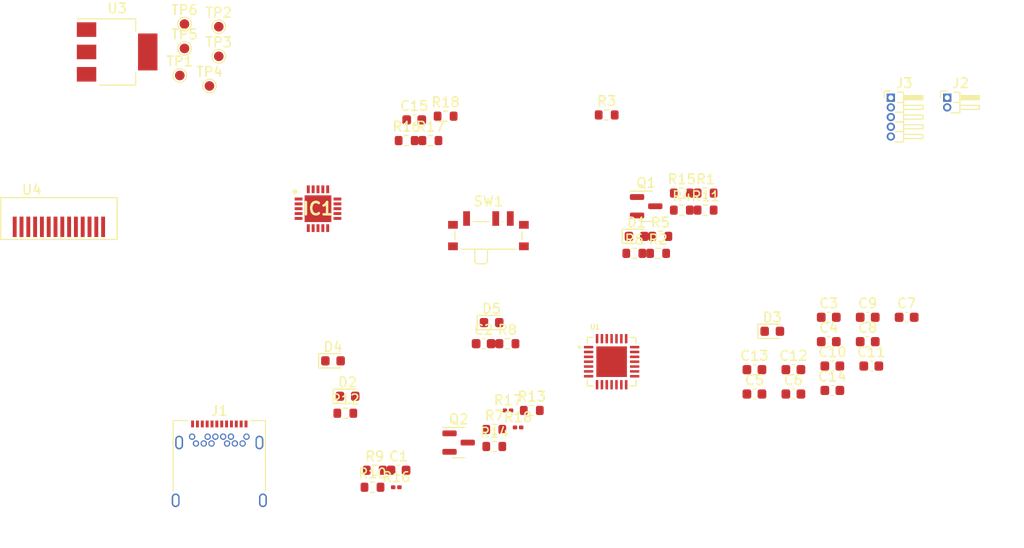
<source format=kicad_pcb>
(kicad_pcb (version 20211014) (generator pcbnew)
  (layers (0 "F.Cu" signal) (31 "B.Cu" signal) (34 "B.Paste" user) (35 "F.Paste" user) (36 "B.SilkS" user "B.Silkscreen") (37 "F.SilkS" user "F.Silkscreen") (38 "B.Mask" user) (39 "F.Mask" user) (44 "Edge.Cuts" user))
  (net 0 "")
  (net 1 "VIN")
  (net 2 "GND")
  (net 3 "Net-(C2-Pad1)")
  (net 4 "USB_D+")
  (net 5 "USB_D-")
  (net 6 "Net-(D4-Pad1)")
  (net 7 "Net-(D4-Pad2)")
  (net 8 "Net-(D5-Pad1)")
  (net 9 "Net-(D5-Pad2)")
  (net 27 "3.3V")
  (net 28 "SCL_3.3")
  (net 29 "SCL_5")
  (net 30 "SDA_3.3")
  (net 31 "SDA_5")
  (net 32 "Net-(R1-Pad2)")
  (net 33 "Net-(C5-Pad1)")
  (net 34 "Net-(R2-Pad2)")
  (net 35 "Net-(R4-Pad2)")
  (net 36 "Net-(R5-Pad1)")
  (net 37 "VCC")
  (net 38 "Net-(C7-Pad1)")
  (net 39 "+5V")
  (net 40 "Net-(R13-Pad1)")
  (net 41 "Net-(R14-Pad2)")
  (net 42 "Net-(R15-Pad2)")
  (net 48 "/BATTERY +VE")
  (net 49 "Net-(C9-Pad1)")
  (net 50 "Net-(C9-Pad2)")
  (net 51 "Net-(C10-Pad1)")
  (net 52 "Net-(C10-Pad2)")
  (net 53 "Net-(C11-Pad1)")
  (net 56 "Net-(C13-Pad2)")
  (net 57 "Net-(C14-Pad2)")
  (net 64 "TXD")
  (net 67 "Net-(IC1-Pad5)")
  (net 68 "Net-(IC1-Pad4)")
  (net 69 "Net-(IC1-Pad2)")
  (net 70 "Net-(IC1-Pad3)")
  (net 73 "+3V3")
  (footprint "Capacitor_SMD:C_0603_1608Metric" (layer "F.Cu") (at 184.35 79.756)
    (fp_text reference "C9" (at 0 -1.43) (layer "F.SilkS"))
    (fp_text value "1uf")
    (fp_line (start -0.14058 0.51) (end 0.14058 0.51) (layer "F.SilkS") (width 0.12))
    (fp_line (start -0.14058 -0.51) (end 0.14058 -0.51) (layer "F.SilkS") (width 0.12))
    (pad "1" smd roundrect (at -0.775 0) (size 0.9 0.95) (layers "F.Cu" "F.Paste" "F.Mask") (net 49 "Net-(C9-Pad1)"))
    (pad "2" smd roundrect (at 0.775 0) (size 0.9 0.95) (layers "F.Cu" "F.Paste" "F.Mask") (net 50 "Net-(C9-Pad2)"))
  )
  (footprint "Resistor_SMD:R_0603_1608Metric" (layer "F.Cu") (at 130.575 89.634)
    (fp_text reference "R12" (at 0 -1.43) (layer "F.SilkS"))
    (fp_text value "10k")
    (fp_line (start -0.237258 0.5225) (end 0.237258 0.5225) (layer "F.SilkS") (width 0.12))
    (fp_line (start -0.237258 -0.5225) (end 0.237258 -0.5225) (layer "F.SilkS") (width 0.12))
    (pad "1" smd roundrect (at -0.825 0) (size 0.8 0.95) (layers "F.Cu" "F.Paste" "F.Mask") (net 27 "3.3V"))
    (pad "2" smd roundrect (at 0.825 0) (size 0.8 0.95) (layers "F.Cu" "F.Paste" "F.Mask") (net 28 "SCL_3.3"))
  )
  (footprint "Resistor_SMD:R_0603_1608Metric" (layer "F.Cu") (at 140.898 59.056)
    (fp_text reference "R18" (at 0 -1.43) (layer "F.SilkS"))
    (fp_text value "10M")
    (fp_line (start -0.237258 0.5225) (end 0.237258 0.5225) (layer "F.SilkS") (width 0.12))
    (fp_line (start -0.237258 -0.5225) (end 0.237258 -0.5225) (layer "F.SilkS") (width 0.12))
    (pad "1" smd roundrect (at -0.825 0) (size 0.8 0.95) (layers "F.Cu" "F.Paste" "F.Mask") (net 42 "Net-(R15-Pad2)"))
    (pad "2" smd roundrect (at 0.825 0) (size 0.8 0.95) (layers "F.Cu" "F.Paste" "F.Mask") (net 69 "Net-(IC1-Pad2)"))
  )
  (footprint "Connector_PinHeader_1.00mm:PinHeader_1x05_P1.00mm_Horizontal" (layer "F.Cu") (at 186.732 57.15)
    (fp_text reference "J3" (at 1.375 -1.5) (layer "F.SilkS"))
    (fp_text value "UART")
    (fp_line (start 3.31 0.21) (end 1.31 0.21) (layer "F.SilkS") (width 0.12))
    (fp_line (start 3.31 0.79) (end 3.31 1.21) (layer "F.SilkS") (width 0.12))
    (fp_line (start 3.31 2.21) (end 1.31 2.21) (layer "F.SilkS") (width 0.12))
    (fp_line (start 1.31 2.79) (end 3.31 2.79) (layer "F.SilkS") (width 0.12))
    (fp_line (start 1.31 -0.56) (end 1.31 4.56) (layer "F.SilkS") (width 0.12))
    (fp_line (start 0.468215 3.5) (end 1.31 3.5) (layer "F.SilkS") (width 0.12))
    (fp_line (start 3.31 1.21) (end 1.31 1.21) (layer "F.SilkS") (width 0.12))
    (fp_line (start 1.31 0.79) (end 3.31 0.79) (layer "F.SilkS") (width 0.12))
    (fp_line (start 1.31 4.56) (end 0.394493 4.56) (layer "F.SilkS") (width 0.12))
    (fp_line (start 1.31 3.79) (end 3.31 3.79) (layer "F.SilkS") (width 0.12))
    (fp_line (start 0.468215 1.5) (end 1.31 1.5) (layer "F.SilkS") (width 0.12))
    (fp_line (start 0.685 0.5) (end 1.31 0.5) (layer "F.SilkS") (width 0.12))
    (fp_line (start 1.31 -0.15) (end 3.31 -0.15) (layer "F.SilkS") (width 0.12))
    (fp_line (start 1.31 -0.21) (end 3.31 -0.21) (layer "F.SilkS") (width 0.12))
    (fp_line (start 0.685 -0.56) (end 1.31 -0.56) (layer "F.SilkS") (width 0.12))
    (fp_line (start 3.31 1.79) (end 3.31 2.21) (layer "F.SilkS") (width 0.12))
    (fp_line (start 3.31 3.79) (end 3.31 4.21) (layer "F.SilkS") (width 0.12))
    (fp_line (start -0.685 -0.685) (end 0 -0.685) (layer "F.SilkS") (width 0.12))
    (fp_line (start 3.31 2.79) (end 3.31 3.21) (layer "F.SilkS") (width 0.12))
    (fp_line (start 3.31 -0.21) (end 3.31 0.21) (layer "F.SilkS") (width 0.12))
    (fp_line (start 3.31 4.21) (end 1.31 4.21) (layer "F.SilkS") (width 0.12))
    (fp_line (start 1.31 1.79) (end 3.31 1.79) (layer "F.SilkS") (width 0.12))
    (fp_line (start 1.31 -0.03) (end 3.31 -0.03) (layer "F.SilkS") (width 0.12))
    (fp_line (start 0.468215 2.5) (end 1.31 2.5) (layer "F.SilkS") (width 0.12))
    (fp_line (start 3.31 3.21) (end 1.31 3.21) (layer "F.SilkS") (width 0.12))
    (fp_line (start -0.685 0) (end -0.685 -0.685) (layer "F.SilkS") (width 0.12))
    (fp_line (start 1.31 0.09) (end 3.31 0.09) (layer "F.SilkS") (width 0.12))
    (pad "1" thru_hole rect (at 0 0) (size 0.85 0.85) (drill 0.5) (layers *.Cu *.Mask) (net 1 "VIN"))
    (pad "2" thru_hole oval (at 0 1) (size 0.85 0.85) (drill 0.5) (layers *.Cu *.Mask) (net 2 "GND"))
    (pad "3" thru_hole oval (at 0 2) (size 0.85 0.85) (drill 0.5) (layers *.Cu *.Mask) (net 64 "TXD"))
    (pad "4" thru_hole oval (at 0 3) (size 0.85 0.85) (drill 0.5) (layers *.Cu *.Mask) (net 64 "TXD"))
    (pad "5" thru_hole oval (at 0 4) (size 0.85 0.85) (drill 0.5) (layers *.Cu *.Mask) (net 3 "Net-(C2-Pad1)"))
  )
  (footprint "TestPoint:TestPoint_Pad_D1.0mm" (layer "F.Cu") (at 113.538 54.864)
    (fp_text reference "TP1" (at 0 -1.448) (layer "F.SilkS"))
    (fp_text value "0-RST")
    (fp_circle (center 0 0) (end 0 0.7) (layer "F.SilkS") (width 0.12) (fill none))
    (pad "1" smd circle (at 0 0) (size 1 1) (layers "F.Cu" "F.Mask") (net 32 "Net-(R1-Pad2)"))
  )
  (footprint "Capacitor_SMD:C_0603_1608Metric" (layer "F.Cu") (at 180.71 87.286)
    (fp_text reference "C14" (at 0 -1.43) (layer "F.SilkS"))
    (fp_text value "10uf")
    (fp_line (start -0.14058 -0.51) (end 0.14058 -0.51) (layer "F.SilkS") (width 0.12))
    (fp_line (start -0.14058 0.51) (end 0.14058 0.51) (layer "F.SilkS") (width 0.12))
    (pad "1" smd roundrect (at -0.775 0) (size 0.9 0.95) (layers "F.Cu" "F.Paste" "F.Mask") (net 2 "GND"))
    (pad "2" smd roundrect (at 0.775 0) (size 0.9 0.95) (layers "F.Cu" "F.Paste" "F.Mask") (net 57 "Net-(C14-Pad2)"))
  )
  (footprint "Resistor_SMD:R_0603_1608Metric" (layer "F.Cu") (at 160.324 73.176)
    (fp_text reference "R6" (at 0 -1.43) (layer "F.SilkS"))
    (fp_text value "1k")
    (fp_line (start -0.237258 0.5225) (end 0.237258 0.5225) (layer "F.SilkS") (width 0.12))
    (fp_line (start -0.237258 -0.5225) (end 0.237258 -0.5225) (layer "F.SilkS") (width 0.12))
    (pad "1" smd roundrect (at -0.825 0) (size 0.8 0.95) (layers "F.Cu" "F.Paste" "F.Mask") (net 7 "Net-(D4-Pad2)"))
    (pad "2" smd roundrect (at 0.825 0) (size 0.8 0.95) (layers "F.Cu" "F.Paste" "F.Mask") (net 33 "Net-(C5-Pad1)"))
  )
  (footprint "Capacitor_SMD:C_0603_1608Metric" (layer "F.Cu") (at 176.7 87.656)
    (fp_text reference "C6" (at 0 -1.43) (layer "F.SilkS"))
    (fp_text value ".1uf")
    (fp_line (start -0.14058 -0.51) (end 0.14058 -0.51) (layer "F.SilkS") (width 0.12))
    (fp_line (start -0.14058 0.51) (end 0.14058 0.51) (layer "F.SilkS") (width 0.12))
    (pad "1" smd roundrect (at -0.775 0) (size 0.9 0.95) (layers "F.Cu" "F.Paste" "F.Mask") (net 37 "VCC"))
    (pad "2" smd roundrect (at 0.775 0) (size 0.9 0.95) (layers "F.Cu" "F.Paste" "F.Mask") (net 2 "GND"))
  )
  (footprint "TestPoint:TestPoint_Pad_D1.0mm" (layer "F.Cu") (at 117.548 52.894)
    (fp_text reference "TP3" (at 0 -1.448) (layer "F.SilkS"))
    (fp_text value "D-")
    (fp_circle (center 0 0) (end 0 0.7) (layer "F.SilkS") (width 0.12) (fill none))
    (pad "1" smd circle (at 0 0) (size 1 1) (layers "F.Cu" "F.Mask") (net 5 "USB_D-"))
  )
  (footprint "Capacitor_SMD:C_0603_1608Metric" (layer "F.Cu") (at 180.71 84.776)
    (fp_text reference "C10" (at 0 -1.43) (layer "F.SilkS"))
    (fp_text value "1uf")
    (fp_line (start -0.14058 0.51) (end 0.14058 0.51) (layer "F.SilkS") (width 0.12))
    (fp_line (start -0.14058 -0.51) (end 0.14058 -0.51) (layer "F.SilkS") (width 0.12))
    (pad "1" smd roundrect (at -0.775 0) (size 0.9 0.95) (layers "F.Cu" "F.Paste" "F.Mask") (net 51 "Net-(C10-Pad1)"))
    (pad "2" smd roundrect (at 0.775 0) (size 0.9 0.95) (layers "F.Cu" "F.Paste" "F.Mask") (net 52 "Net-(C10-Pad2)"))
  )
  (footprint "TestPoint:TestPoint_Pad_D1.0mm" (layer "F.Cu") (at 114.018 49.574)
    (fp_text reference "TP6" (at 0 -1.448) (layer "F.SilkS"))
    (fp_text value "RXD")
    (fp_circle (center 0 0) (end 0 0.7) (layer "F.SilkS") (width 0.12) (fill none))
    (pad "1" smd circle (at 0 0) (size 1 1) (layers "F.Cu" "F.Mask") (net 64 "TXD"))
  )
  (footprint "Resistor_SMD:R_0603_1608Metric" (layer "F.Cu") (at 165.214 66.976)
    (fp_text reference "R15" (at 0 -1.43) (layer "F.SilkS"))
    (fp_text value "10M")
    (fp_line (start -0.237258 0.5225) (end 0.237258 0.5225) (layer "F.SilkS") (width 0.12))
    (fp_line (start -0.237258 -0.5225) (end 0.237258 -0.5225) (layer "F.SilkS") (width 0.12))
    (pad "1" smd roundrect (at -0.825 0) (size 0.8 0.95) (layers "F.Cu" "F.Paste" "F.Mask") (net 27 "3.3V"))
    (pad "2" smd roundrect (at 0.825 0) (size 0.8 0.95) (layers "F.Cu" "F.Paste" "F.Mask") (net 42 "Net-(R15-Pad2)"))
  )
  (footprint "Resistor_SMD:R_0603_1608Metric" (layer "F.Cu") (at 147.265 82.474)
    (fp_text reference "R8" (at 0 -1.43) (layer "F.SilkS"))
    (fp_text value "0.4R")
    (fp_line (start -0.237258 -0.5225) (end 0.237258 -0.5225) (layer "F.SilkS") (width 0.12))
    (fp_line (start -0.237258 0.5225) (end 0.237258 0.5225) (layer "F.SilkS") (width 0.12))
    (pad "1" smd roundrect (at -0.825 0) (size 0.8 0.95) (layers "F.Cu" "F.Paste" "F.Mask") (net 37 "VCC"))
    (pad "2" smd roundrect (at 0.825 0) (size 0.8 0.95) (layers "F.Cu" "F.Paste" "F.Mask") (net 38 "Net-(C7-Pad1)"))
  )
  (footprint "Capacitor_SMD:C_0603_1608Metric" (layer "F.Cu") (at 184.35 82.266)
    (fp_text reference "C8" (at 0 -1.43) (layer "F.SilkS"))
    (fp_text value "1uf")
    (fp_line (start -0.14058 0.51) (end 0.14058 0.51) (layer "F.SilkS") (width 0.12))
    (fp_line (start -0.14058 -0.51) (end 0.14058 -0.51) (layer "F.SilkS") (width 0.12))
    (pad "1" smd roundrect (at -0.775 0) (size 0.9 0.95) (layers "F.Cu" "F.Paste" "F.Mask") (net 73 "+3V3"))
    (pad "2" smd roundrect (at 0.775 0) (size 0.9 0.95) (layers "F.Cu" "F.Paste" "F.Mask") (net 2 "GND"))
  )
  (footprint "Resistor_SMD:R_0603_1608Metric" (layer "F.Cu") (at 157.48 58.928)
    (fp_text reference "R3" (at 0 -1.43) (layer "F.SilkS"))
    (fp_text value "R_Small_US")
    (fp_line (start -0.237258 0.5225) (end 0.237258 0.5225) (layer "F.SilkS") (width 0.12))
    (fp_line (start -0.237258 -0.5225) (end 0.237258 -0.5225) (layer "F.SilkS") (width 0.12))
    (pad "1" smd roundrect (at -0.825 0) (size 0.8 0.95) (layers "F.Cu" "F.Paste" "F.Mask") (net 2 "GND"))
    (pad "2" smd roundrect (at 0.825 0) (size 0.8 0.95) (layers "F.Cu" "F.Paste" "F.Mask") (net 34 "Net-(R2-Pad2)"))
  )
  (footprint "Package_TO_SOT_SMD:SOT-23" (layer "F.Cu") (at 161.544 68.326)
    (fp_text reference "Q1" (at 0 -2.4) (layer "F.SilkS"))
    (fp_text value "BSS138")
    (fp_line (start 0 -1.56) (end -1.675 -1.56) (layer "F.SilkS") (width 0.12))
    (fp_line (start 0 1.56) (end -0.65 1.56) (layer "F.SilkS") (width 0.12))
    (fp_line (start 0 -1.56) (end 0.65 -1.56) (layer "F.SilkS") (width 0.12))
    (fp_line (start 0 1.56) (end 0.65 1.56) (layer "F.SilkS") (width 0.12))
    (pad "1" smd roundrect (at -0.9375 -0.95) (size 1.475 0.6) (layers "F.Cu" "F.Paste" "F.Mask") (net 27 "3.3V"))
    (pad "2" smd roundrect (at -0.9375 0.95) (size 1.475 0.6) (layers "F.Cu" "F.Paste" "F.Mask") (net 28 "SCL_3.3"))
    (pad "3" smd roundrect (at 0.9375 0) (size 1.475 0.6) (layers "F.Cu" "F.Paste" "F.Mask") (net 29 "SCL_5"))
  )
  (footprint "Resistor_SMD:R_0603_1608Metric" (layer "F.Cu") (at 163.004 71.426)
    (fp_text reference "R5" (at 0 -1.43) (layer "F.SilkS"))
    (fp_text value "10K")
    (fp_line (start -0.237258 0.5225) (end 0.237258 0.5225) (layer "F.SilkS") (width 0.12))
    (fp_line (start -0.237258 -0.5225) (end 0.237258 -0.5225) (layer "F.SilkS") (width 0.12))
    (pad "1" smd roundrect (at -0.825 0) (size 0.8 0.95) (layers "F.Cu" "F.Paste" "F.Mask") (net 36 "Net-(R5-Pad1)"))
    (pad "2" smd roundrect (at 0.825 0) (size 0.8 0.95) (layers "F.Cu" "F.Paste" "F.Mask") (net 2 "GND"))
  )
  (footprint "Capacitor_SMD:C_0603_1608Metric" (layer "F.Cu") (at 172.69 85.146)
    (fp_text reference "C13" (at 0 -1.43) (layer "F.SilkS"))
    (fp_text value "10uf")
    (fp_line (start -0.14058 0.51) (end 0.14058 0.51) (layer "F.SilkS") (width 0.12))
    (fp_line (start -0.14058 -0.51) (end 0.14058 -0.51) (layer "F.SilkS") (width 0.12))
    (pad "1" smd roundrect (at -0.775 0) (size 0.9 0.95) (layers "F.Cu" "F.Paste" "F.Mask") (net 2 "GND"))
    (pad "2" smd roundrect (at 0.775 0) (size 0.9 0.95) (layers "F.Cu" "F.Paste" "F.Mask") (net 56 "Net-(C13-Pad2)"))
  )
  (footprint "Resistor_SMD:R_0603_1608Metric" (layer "F.Cu") (at 162.774 73.176)
    (fp_text reference "R2" (at 0 -1.43) (layer "F.SilkS"))
    (fp_text value "R_Small_US")
    (fp_line (start -0.237258 -0.5225) (end 0.237258 -0.5225) (layer "F.SilkS") (width 0.12))
    (fp_line (start -0.237258 0.5225) (end 0.237258 0.5225) (layer "F.SilkS") (width 0.12))
    (pad "1" smd roundrect (at -0.825 0) (size 0.8 0.95) (layers "F.Cu" "F.Paste" "F.Mask") (net 33 "Net-(C5-Pad1)"))
    (pad "2" smd roundrect (at 0.825 0) (size 0.8 0.95) (layers "F.Cu" "F.Paste" "F.Mask") (net 34 "Net-(R2-Pad2)"))
  )
  (footprint "Package_TO_SOT_SMD:SOT-223" (layer "F.Cu") (at 107.088 52.444)
    (fp_text reference "U3" (at 0 -4.5) (layer "F.SilkS"))
    (fp_text value "TC1262-33")
    (fp_line (start -4.1 -3.41) (end 1.91 -3.41) (layer "F.SilkS") (width 0.12))
    (fp_line (start 1.91 -3.41) (end 1.91 -2.15) (layer "F.SilkS") (width 0.12))
    (fp_line (start 1.91 3.41) (end 1.91 2.15) (layer "F.SilkS") (width 0.12))
    (fp_line (start -1.85 3.41) (end 1.91 3.41) (layer "F.SilkS") (width 0.12))
    (pad "1" smd rect (at -3.15 -2.3) (size 2 1.5) (layers "F.Cu" "F.Paste" "F.Mask") (net 38 "Net-(C7-Pad1)"))
    (pad "2" smd rect (at -3.15 0) (size 2 1.5) (layers "F.Cu" "F.Paste" "F.Mask") (net 2 "GND"))
    (pad "3" smd rect (at -3.15 2.3) (size 2 1.5) (layers "F.Cu" "F.Paste" "F.Mask") (net 73 "+3V3"))
    (pad "4" smd rect (at 3.15 0) (size 2 3.8) (layers "F.Cu" "F.Paste" "F.Mask"))
  )
  (footprint "Resistor_SMD:R_0603_1608Metric" (layer "F.Cu") (at 145.91 93.056)
    (fp_text reference "R14" (at 0 -1.43) (layer "F.SilkS"))
    (fp_text value "10M")
    (fp_line (start -0.237258 0.5225) (end 0.237258 0.5225) (layer "F.SilkS") (width 0.12))
    (fp_line (start -0.237258 -0.5225) (end 0.237258 -0.5225) (layer "F.SilkS") (width 0.12))
    (pad "1" smd roundrect (at -0.825 0) (size 0.8 0.95) (layers "F.Cu" "F.Paste" "F.Mask") (net 27 "3.3V"))
    (pad "2" smd roundrect (at 0.825 0) (size 0.8 0.95) (layers "F.Cu" "F.Paste" "F.Mask") (net 41 "Net-(R14-Pad2)"))
  )
  (footprint "Connector_USB:USB_C_Receptacle_Amphenol_12401548E4-2A" (layer "F.Cu") (at 117.602 95.758)
    (fp_text reference "J1" (at 0 -6.36) (layer "F.SilkS"))
    (fp_text value "USB_B_Micro")
    (fp_line (start -4.75 -5.37) (end -3.25 -5.37) (layer "F.SilkS") (width 0.12))
    (fp_line (start 3.25 -5.37) (end 4.75 -5.37) (layer "F.SilkS") (width 0.12))
    (fp_line (start 4.75 -5.37) (end 4.75 1.89) (layer "F.SilkS") (width 0.12))
    (fp_line (start -4.75 -5.37) (end -4.75 1.89) (layer "F.SilkS") (width 0.12))
    (pad "" np_thru_hole oval (at 3.6 -4.36) (size 0.95 0.65) (drill oval 0.95 0.65) (layers *.Cu *.Mask))
    (pad "" np_thru_hole circle (at -3.6 -4.36) (size 0.65 0.65) (drill 0.65) (layers *.Cu *.Mask))
    (pad "A1" smd rect (at -2.75 -5.02) (size 0.3 0.7) (layers "F.Cu" "F.Paste" "F.Mask"))
    (pad "A2" smd rect (at -2.25 -5.02) (size 0.3 0.7) (layers "F.Cu" "F.Paste" "F.Mask"))
    (pad "A3" smd rect (at -1.75 -5.02) (size 0.3 0.7) (layers "F.Cu" "F.Paste" "F.Mask"))
    (pad "A4" smd rect (at -1.25 -5.02) (size 0.3 0.7) (layers "F.Cu" "F.Paste" "F.Mask"))
    (pad "A5" smd rect (at -0.75 -5.02) (size 0.3 0.7) (layers "F.Cu" "F.Paste" "F.Mask"))
    (pad "A6" smd rect (at -0.25 -5.02) (size 0.3 0.7) (layers "F.Cu" "F.Paste" "F.Mask"))
    (pad "A7" smd rect (at 0.25 -5.02) (size 0.3 0.7) (layers "F.Cu" "F.Paste" "F.Mask"))
    (pad "A8" smd rect (at 0.75 -5.02) (size 0.3 0.7) (layers "F.Cu" "F.Paste" "F.Mask"))
    (pad "A9" smd rect (at 1.25 -5.02) (size 0.3 0.7) (layers "F.Cu" "F.Paste" "F.Mask"))
    (pad "A10" smd rect (at 1.75 -5.02) (size 0.3 0.7) (layers "F.Cu" "F.Paste" "F.Mask"))
    (pad "A11" smd rect (at 2.25 -5.02) (size 0.3 0.7) (layers "F.Cu" "F.Paste" "F.Mask"))
    (pad "A12" smd rect (at 2.75 -5.02) (size 0.3 0.7) (layers "F.Cu" "F.Paste" "F.Mask"))
    (pad "B1" thru_hole circle (at 2.8 -3.71) (size 0.65 0.65) (drill 0.4) (layers *.Cu *.Mask))
    (pad "B2" thru_hole circle (at 2.4 -3.01) (size 0.65 0.65) (drill 0.4) (layers *.Cu *.Mask))
    (pad "B3" thru_hole circle (at 1.6 -3.01) (size 0.65 0.65) (drill 0.4) (layers *.Cu *.Mask))
    (pad "B4" thru_hole circle (at 1.2 -3.71) (size 0.65 0.65) (drill 0.4) (layers *.Cu *.Mask))
    (pad "B5" thru_hole circle (at 0.8 -3.01) (size 0.65 0.65) (drill 0.4) (layers *.Cu *.Mask))
    (pad "B6" thru_hole circle (at 0.4 -3.71) (size 0.65 0.65) (drill 0.4) (layers *.Cu *.Mask))
    (pad "B7" thru_hole circle (at -0.4 -3.71) (size 0.65 0.65) (drill 0.4) (layers *.Cu *.Mask))
    (pad "B8" thru_hole circle (at -0.8 -3.01) (size 0.65 0.65) (drill 0.4) (layers *.Cu *.Mask))
    (pad "B9" thru_hole circle (at -1.2 -3.71) (size 0.65 0.65) (drill 0.4) (layers *.Cu *.Mask))
    (pad "B10" thru_hole circle (at -1.6 -3.01) (size 0.65 0.65) (drill 0.4) (layers *.Cu *.Mask))
    (pad "B11" thru_hole circle (at -2.4 -3.01) (size 0.65 0.65) (drill 0.4) (layers *.Cu *.Mask))
    (pad "B12" thru_hole circle (at -2.8 -3.71) (size 0.65 0.65) (drill 0.4) (layers *.Cu *.Mask))
    (pad "S1" thru_hole oval (at -4.49 2.84) (size 0.8 1.4) (drill oval 0.5 1.1) (layers *.Cu *.Mask))
    (pad "S1" thru_hole oval (at -4.13 -3.11) (size 0.8 1.4) (drill oval 0.5 1.1) (layers *.Cu *.Mask))
    (pad "S1" thru_hole oval (at 4.13 -3.11) (size 0.8 1.4) (drill oval 0.5 1.1) (layers *.Cu *.Mask))
    (pad "S1" thru_hole oval (at 4.49 2.84) (size 0.8 1.4) (drill oval 0.5 1.1) (layers *.Cu *.Mask))
  )
  (footprint "Capacitor_SMD:C_0603_1608Metric" (layer "F.Cu") (at 188.36 79.756)
    (fp_text reference "C7" (at 0 -1.43) (layer "F.SilkS"))
    (fp_text value "1uf")
    (fp_line (start -0.14058 -0.51) (end 0.14058 -0.51) (layer "F.SilkS") (width 0.12))
    (fp_line (start -0.14058 0.51) (end 0.14058 0.51) (layer "F.SilkS") (width 0.12))
    (pad "1" smd roundrect (at -0.775 0) (size 0.9 0.95) (layers "F.Cu" "F.Paste" "F.Mask") (net 38 "Net-(C7-Pad1)"))
    (pad "2" smd roundrect (at 0.775 0) (size 0.9 0.95) (layers "F.Cu" "F.Paste" "F.Mask") (net 2 "GND"))
  )
  (footprint "Capacitor_SMD:C_0603_1608Metric" (layer "F.Cu") (at 180.34 82.266)
    (fp_text reference "C4" (at 0 -1.43) (layer "F.SilkS"))
    (fp_text value "100nf")
    (fp_line (start -0.14058 -0.51) (end 0.14058 -0.51) (layer "F.SilkS") (width 0.12))
    (fp_line (start -0.14058 0.51) (end 0.14058 0.51) (layer "F.SilkS") (width 0.12))
    (pad "1" smd roundrect (at -0.775 0) (size 0.9 0.95) (layers "F.Cu" "F.Paste" "F.Mask") (net 2 "GND"))
    (pad "2" smd roundrect (at 0.775 0) (size 0.9 0.95) (layers "F.Cu" "F.Paste" "F.Mask") (net 3 "Net-(C2-Pad1)"))
  )
  (footprint "Resistor_SMD:R_0603_1608Metric" (layer "F.Cu") (at 133.374 97.254)
    (fp_text reference "R10" (at 0 -1.43) (layer "F.SilkS"))
    (fp_text value "10k")
    (fp_line (start -0.237258 0.5225) (end 0.237258 0.5225) (layer "F.SilkS") (width 0.12))
    (fp_line (start -0.237258 -0.5225) (end 0.237258 -0.5225) (layer "F.SilkS") (width 0.12))
    (pad "1" smd roundrect (at -0.825 0) (size 0.8 0.95) (layers "F.Cu" "F.Paste" "F.Mask") (net 31 "SDA_5"))
    (pad "2" smd roundrect (at 0.825 0) (size 0.8 0.95) (layers "F.Cu" "F.Paste" "F.Mask") (net 39 "+5V"))
  )
  (footprint "TestPoint:TestPoint_Pad_D1.0mm" (layer "F.Cu") (at 117.548 49.844)
    (fp_text reference "TP2" (at 0 -1.448) (layer "F.SilkS"))
    (fp_text value "D+")
    (fp_circle (center 0 0) (end 0 0.7) (layer "F.SilkS") (width 0.12) (fill none))
    (pad "1" smd circle (at 0 0) (size 1 1) (layers "F.Cu" "F.Mask") (net 4 "USB_D+"))
  )
  (footprint "Capacitor_SMD:C_0603_1608Metric" (layer "F.Cu") (at 172.69 87.656)
    (fp_text reference "C5" (at 0 -1.43) (layer "F.SilkS"))
    (fp_text value "4.7uf")
    (fp_line (start -0.14058 0.51) (end 0.14058 0.51) (layer "F.SilkS") (width 0.12))
    (fp_line (start -0.14058 -0.51) (end 0.14058 -0.51) (layer "F.SilkS") (width 0.12))
    (pad "1" smd roundrect (at -0.775 0) (size 0.9 0.95) (layers "F.Cu" "F.Paste" "F.Mask") (net 33 "Net-(C5-Pad1)"))
    (pad "2" smd roundrect (at 0.775 0) (size 0.9 0.95) (layers "F.Cu" "F.Paste" "F.Mask"))
  )
  (footprint "Resistor_SMD:R_0603_1608Metric" (layer "F.Cu") (at 136.888 61.566)
    (fp_text reference "R16" (at 0 -1.43) (layer "F.SilkS"))
    (fp_text value "10M")
    (fp_line (start -0.237258 0.5225) (end 0.237258 0.5225) (layer "F.SilkS") (width 0.12))
    (fp_line (start -0.237258 -0.5225) (end 0.237258 -0.5225) (layer "F.SilkS") (width 0.12))
    (pad "1" smd roundrect (at -0.825 0) (size 0.8 0.95) (layers "F.Cu" "F.Paste" "F.Mask"))
    (pad "2" smd roundrect (at 0.825 0) (size 0.8 0.95) (layers "F.Cu" "F.Paste" "F.Mask") (net 67 "Net-(IC1-Pad5)"))
  )
  (footprint "SSD1306:SSD1306" (layer "F.Cu") (at 101.092 70.446)
    (fp_text reference "U4" (at -2.794 -3.81) (layer "F.SilkS"))
    (fp_text value "SSD1306")
    (fp_line (start 6 1.3) (end -6 1.3) (layer "F.SilkS") (width 0.127))
    (fp_line (start 6 -3) (end 6 1.3) (layer "F.SilkS") (width 0.127))
    (fp_line (start -6 1.3) (end -6 -3) (layer "F.SilkS") (width 0.127))
    (fp_line (start -6 -3) (end 6 -3) (layer "F.SilkS") (width 0.127))
    (pad "1" smd rect locked (at -4.55 0 180) (size 0.4 2.1) (layers "F.Cu" "F.Paste" "F.Mask") (net 49 "Net-(C9-Pad1)"))
    (pad "2" smd rect locked (at -3.85 0 180) (size 0.4 2.1) (layers "F.Cu" "F.Paste" "F.Mask") (net 50 "Net-(C9-Pad2)"))
    (pad "3" smd rect locked (at -3.15 0 180) (size 0.4 2.1) (layers "F.Cu" "F.Paste" "F.Mask") (net 51 "Net-(C10-Pad1)"))
    (pad "4" smd rect locked (at -2.45 0 180) (size 0.4 2.1) (layers "F.Cu" "F.Paste" "F.Mask") (net 52 "Net-(C10-Pad2)"))
    (pad "5" smd rect locked (at -1.75 0 180) (size 0.4 2.1) (layers "F.Cu" "F.Paste" "F.Mask") (net 53 "Net-(C11-Pad1)"))
    (pad "6" smd rect locked (at -1.05 0 180) (size 0.4 2.1) (layers "F.Cu" "F.Paste" "F.Mask"))
    (pad "7" smd rect locked (at -0.35 0 180) (size 0.4 2.1) (layers "F.Cu" "F.Paste" "F.Mask") (net 2 "GND"))
    (pad "8" smd rect locked (at 0.35 0 180) (size 0.4 2.1) (layers "F.Cu" "F.Paste" "F.Mask") (net 53 "Net-(C11-Pad1)"))
    (pad "9" smd rect locked (at 1.05 0 180) (size 0.4 2.1) (layers "F.Cu" "F.Paste" "F.Mask"))
    (pad "10" smd rect locked (at 1.75 0 180) (size 0.4 2.1) (layers "F.Cu" "F.Paste" "F.Mask") (net 28 "SCL_3.3"))
    (pad "11" smd rect locked (at 2.45 0 180) (size 0.4 2.1) (layers "F.Cu" "F.Paste" "F.Mask") (net 30 "SDA_3.3"))
    (pad "12" smd rect locked (at 3.15 0 180) (size 0.4 2.1) (layers "F.Cu" "F.Paste" "F.Mask") (net 40 "Net-(R13-Pad1)"))
    (pad "13" smd rect locked (at 3.85 0 180) (size 0.4 2.1) (layers "F.Cu" "F.Paste" "F.Mask") (net 56 "Net-(C13-Pad2)"))
    (pad "14" smd rect locked (at 4.55 0 180) (size 0.4 2.1) (layers "F.Cu" "F.Paste" "F.Mask") (net 57 "Net-(C14-Pad2)"))
  )
  (footprint "Resistor_SMD:R_0201_0603Metric" (layer "F.Cu") (at 147.32 89.346)
    (fp_text reference "R17" (at 0 -1.05) (layer "F.SilkS"))
    (fp_text value "180k")
    (pad "1" smd roundrect (at -0.32 0) (size 0.46 0.4) (layers "F.Cu" "F.Mask") (net 42 "Net-(R15-Pad2)"))
    (pad "2" smd roundrect (at 0.32 0) (size 0.46 0.4) (layers "F.Cu" "F.Mask"))
  )
  (footprint "Resistor_SMD:R_0603_1608Metric" (layer "F.Cu") (at 149.77 89.346)
    (fp_text reference "R13" (at 0 -1.43) (layer "F.SilkS"))
    (fp_text value "330k")
    (fp_line (start -0.237258 0.5225) (end 0.237258 0.5225) (layer "F.SilkS") (width 0.12))
    (fp_line (start -0.237258 -0.5225) (end 0.237258 -0.5225) (layer "F.SilkS") (width 0.12))
    (pad "1" smd roundrect (at -0.825 0) (size 0.8 0.95) (layers "F.Cu" "F.Paste" "F.Mask") (net 40 "Net-(R13-Pad1)"))
    (pad "2" smd roundrect (at 0.825 0) (size 0.8 0.95) (layers "F.Cu" "F.Paste" "F.Mask") (net 2 "GND"))
  )
  (footprint "Resistor_SMD:R_0603_1608Metric" (layer "F.Cu") (at 167.664 68.726)
    (fp_text reference "R11" (at 0 -1.43) (layer "F.SilkS"))
    (fp_text value "10k")
    (fp_line (start -0.237258 -0.5225) (end 0.237258 -0.5225) (layer "F.SilkS") (width 0.12))
    (fp_line (start -0.237258 0.5225) (end 0.237258 0.5225) (layer "F.SilkS") (width 0.12))
    (pad "1" smd roundrect (at -0.825 0) (size 0.8 0.95) (layers "F.Cu" "F.Paste" "F.Mask") (net 30 "SDA_3.3"))
    (pad "2" smd roundrect (at 0.825 0) (size 0.8 0.95) (layers "F.Cu" "F.Paste" "F.Mask") (net 27 "3.3V"))
  )
  (footprint "Capacitor_SMD:C_0603_1608Metric" (layer "F.Cu") (at 144.815 82.474)
    (fp_text reference "C2" (at 0 -1.43) (layer "F.SilkS"))
    (fp_text value "4.7uf")
    (fp_line (start -0.14058 0.51) (end 0.14058 0.51) (layer "F.SilkS") (width 0.12))
    (fp_line (start -0.14058 -0.51) (end 0.14058 -0.51) (layer "F.SilkS") (width 0.12))
    (pad "1" smd roundrect (at -0.775 0) (size 0.9 0.95) (layers "F.Cu" "F.Paste" "F.Mask") (net 3 "Net-(C2-Pad1)"))
    (pad "2" smd roundrect (at 0.775 0) (size 0.9 0.95) (layers "F.Cu" "F.Paste" "F.Mask") (net 2 "GND"))
  )
  (footprint "Package_TO_SOT_SMD:SOT-23" (layer "F.Cu") (at 142.24 92.656)
    (fp_text reference "Q2" (at 0 -2.4) (layer "F.SilkS"))
    (fp_text value "BSS138")
    (fp_line (start 0 -1.56) (end -1.675 -1.56) (layer "F.SilkS") (width 0.12))
    (fp_line (start 0 1.56) (end 0.65 1.56) (layer "F.SilkS") (width 0.12))
    (fp_line (start 0 1.56) (end -0.65 1.56) (layer "F.SilkS") (width 0.12))
    (fp_line (start 0 -1.56) (end 0.65 -1.56) (layer "F.SilkS") (width 0.12))
    (pad "1" smd roundrect (at -0.9375 -0.95) (size 1.475 0.6) (layers "F.Cu" "F.Paste" "F.Mask") (net 27 "3.3V"))
    (pad "2" smd roundrect (at -0.9375 0.95) (size 1.475 0.6) (layers "F.Cu" "F.Paste" "F.Mask") (net 30 "SDA_3.3"))
    (pad "3" smd roundrect (at 0.9375 0) (size 1.475 0.6) (layers "F.Cu" "F.Paste" "F.Mask") (net 31 "SDA_5"))
  )
  (footprint "Resistor_SMD:R_0201_0603Metric" (layer "F.Cu") (at 148.36 91.096)
    (fp_text reference "R18" (at 0 -1.05) (layer "F.SilkS"))
    (fp_text value "360k")
    (pad "1" smd roundrect (at -0.32 0) (size 0.46 0.4) (layers "F.Cu" "F.Mask"))
    (pad "2" smd roundrect (at 0.32 0) (size 0.46 0.4) (layers "F.Cu" "F.Mask"))
  )
  (footprint "TestPoint:TestPoint_Pad_D1.0mm" (layer "F.Cu") (at 116.588 55.944)
    (fp_text reference "TP4" (at 0 -1.448) (layer "F.SilkS"))
    (fp_text value "B-TEMP")
    (fp_circle (center 0 0) (end 0 0.7) (layer "F.SilkS") (width 0.12) (fill none))
    (pad "1" smd circle (at 0 0) (size 1 1) (layers "F.Cu" "F.Mask"))
  )
  (footprint "Resistor_SMD:R_0603_1608Metric" (layer "F.Cu") (at 145.91 91.306)
    (fp_text reference "R7" (at 0 -1.43) (layer "F.SilkS"))
    (fp_text value "1k")
    (fp_line (start -0.237258 0.5225) (end 0.237258 0.5225) (layer "F.SilkS") (width 0.12))
    (fp_line (start -0.237258 -0.5225) (end 0.237258 -0.5225) (layer "F.SilkS") (width 0.12))
    (pad "1" smd roundrect (at -0.825 0) (size 0.8 0.95) (layers "F.Cu" "F.Paste" "F.Mask") (net 9 "Net-(D5-Pad2)"))
    (pad "2" smd roundrect (at 0.825 0) (size 0.8 0.95) (layers "F.Cu" "F.Paste" "F.Mask") (net 33 "Net-(C5-Pad1)"))
  )
  (footprint "Button_Switch_SMD:SW_SPDT_PCM12" (layer "F.Cu") (at 145.308 71.02)
    (fp_text reference "SW1" (at 0 -3.2) (layer "F.SilkS"))
    (fp_text value "SW_SPDT")
    (fp_line (start -1.6 -1.12) (end 0.1 -1.12) (layer "F.SilkS") (width 0.12))
    (fp_line (start 3.45 0.72) (end 3.45 -0.07) (layer "F.SilkS") (width 0.12))
    (fp_line (start -0.1 3.02) (end -0.1 1.73) (layer "F.SilkS") (width 0.12))
    (fp_line (start -3.45 -0.07) (end -3.45 0.72) (layer "F.SilkS") (width 0.12))
    (fp_line (start -1.4 1.73) (end -1.4 3.02) (layer "F.SilkS") (width 0.12))
    (fp_line (start -1.2 3.23) (end -0.3 3.23) (layer "F.SilkS") (width 0.12))
    (fp_line (start -0.1 3.02) (end -0.3 3.23) (layer "F.SilkS") (width 0.12))
    (fp_line (start -1.4 3.02) (end -1.2 3.23) (layer "F.SilkS") (width 0.12))
    (fp_line (start -2.85 1.73) (end 2.85 1.73) (layer "F.SilkS") (width 0.12))
    (fp_line (start 1.4 -1.12) (end 1.6 -1.12) (layer "F.SilkS") (width 0.12))
    (pad "" smd rect (at -3.65 -0.78) (size 1 0.8) (layers "F.Cu" "F.Paste" "F.Mask"))
    (pad "" smd rect (at 3.65 1.43) (size 1 0.8) (layers "F.Cu" "F.Paste" "F.Mask"))
    (pad "" smd rect (at -3.65 1.43) (size 1 0.8) (layers "F.Cu" "F.Paste" "F.Mask"))
    (pad "" np_thru_hole circle (at -1.5 0.33) (size 0.9 0.9) (drill 0.9) (layers *.Cu *.Mask))
    (pad "" smd rect (at 3.65 -0.78) (size 1 0.8) (layers "F.Cu" "F.Paste" "F.Mask"))
    (pad "" np_thru_hole circle (at 1.5 0.33) (size 0.9 0.9) (drill 0.9) (layers *.Cu *.Mask))
    (pad "1" smd rect (at -2.25 -1.43) (size 0.7 1.5) (layers "F.Cu" "F.Paste" "F.Mask"))
    (pad "2" smd rect (at 0.75 -1.43) (size 0.7 1.5) (layers "F.Cu" "F.Paste" "F.Mask") (net 48 "/BATTERY +VE"))
    (pad "3" smd rect (at 2.25 -1.43) (size 0.7 1.5) (layers "F.Cu" "F.Paste" "F.Mask") (net 37 "VCC"))
  )
  (footprint "Connector_PinHeader_1.00mm:PinHeader_1x02_P1.00mm_Horizontal" (layer "F.Cu") (at 192.532 57.15)
    (fp_text reference "J2" (at 1.375 -1.5) (layer "F.SilkS"))
    (fp_text value "Li-Ion 3.7 CONN")
    (fp_line (start -0.685 -0.685) (end 0 -0.685) (layer "F.SilkS") (width 0.12))
    (fp_line (start 1.31 -0.15) (end 3.31 -0.15) (layer "F.SilkS") (width 0.12))
    (fp_line (start 3.31 -0.21) (end 3.31 0.21) (layer "F.SilkS") (width 0.12))
    (fp_line (start 1.31 -0.03) (end 3.31 -0.03) (layer "F.SilkS") (width 0.12))
    (fp_line (start 1.31 1.56) (end 0.394493 1.56) (layer "F.SilkS") (width 0.12))
    (fp_line (start 1.31 -0.56) (end 1.31 1.56) (layer "F.SilkS") (width 0.12))
    (fp_line (start 1.31 -0.21) (end 3.31 -0.21) (layer "F.SilkS") (width 0.12))
    (fp_line (start 3.31 1.21) (end 1.31 1.21) (layer "F.SilkS") (width 0.12))
    (fp_line (start 3.31 0.79) (end 3.31 1.21) (layer "F.SilkS") (width 0.12))
    (fp_line (start 3.31 0.21) (end 1.31 0.21) (layer "F.SilkS") (width 0.12))
    (fp_line (start 1.31 0.09) (end 3.31 0.09) (layer "F.SilkS") (width 0.12))
    (fp_line (start 1.31 0.79) (end 3.31 0.79) (layer "F.SilkS") (width 0.12))
    (fp_line (start 0.685 -0.56) (end 1.31 -0.56) (layer "F.SilkS") (width 0.12))
    (fp_line (start -0.685 0) (end -0.685 -0.685) (layer "F.SilkS") (width 0.12))
    (fp_line (start 0.685 0.5) (end 1.31 0.5) (layer "F.SilkS") (width 0.12))
    (pad "1" thru_hole rect (at 0 0) (size 0.85 0.85) (drill 0.5) (layers *.Cu *.Mask) (net 48 "/BATTERY +VE"))
    (pad "2" thru_hole oval (at 0 1) (size 0.85 0.85) (drill 0.5) (layers *.Cu *.Mask) (net 2 "GND"))
  )
  (footprint "Capacitor_SMD:C_0603_1608Metric" (layer "F.Cu") (at 136.054 95.504)
    (fp_text reference "C1" (at 0 -1.43) (layer "F.SilkS"))
    (fp_text value "1uf")
    (fp_line (start -0.14058 0.51) (end 0.14058 0.51) (layer "F.SilkS") (width 0.12))
    (fp_line (start -0.14058 -0.51) (end 0.14058 -0.51) (layer "F.SilkS") (width 0.12))
    (pad "1" smd roundrect (at -0.775 0) (size 0.9 0.95) (layers "F.Cu" "F.Paste" "F.Mask") (net 1 "VIN"))
    (pad "2" smd roundrect (at 0.775 0) (size 0.9 0.95) (layers "F.Cu" "F.Paste" "F.Mask") (net 2 "GND"))
  )
  (footprint "Resistor_SMD:R_0603_1608Metric" (layer "F.Cu") (at 133.604 95.504)
    (fp_text reference "R9" (at 0 -1.43) (layer "F.SilkS"))
    (fp_text value "10k")
    (fp_line (start -0.237258 0.5225) (end 0.237258 0.5225) (layer "F.SilkS") (width 0.12))
    (fp_line (start -0.237258 -0.5225) (end 0.237258 -0.5225) (layer "F.SilkS") (width 0.12))
    (pad "1" smd roundrect (at -0.825 0) (size 0.8 0.95) (layers "F.Cu" "F.Paste" "F.Mask") (net 39 "+5V"))
    (pad "2" smd roundrect (at 0.825 0) (size 0.8 0.95) (layers "F.Cu" "F.Paste" "F.Mask") (net 29 "SCL_5"))
  )
  (footprint "CP2102-GM:QFN50P500X500X100-29N" (layer "F.Cu") (at 157.988 84.328)
    (fp_text reference "U1" (at -1.714263 -3.56275) (layer "F.SilkS") (effects (font (size 0.48148 0.48148))))
    (fp_text value "CP2102-GM")
    (fp_line (start 1.9 -2.5) (end 2.5 -2.5) (layer "F.SilkS") (width 0.127))
    (fp_line (start -2.5 2.5) (end -2.5 1.9) (layer "F.SilkS") (width 0.127))
    (fp_line (start -2.5 -1.9) (end -2.5 -2.5) (layer "F.SilkS") (width 0.127))
    (fp_line (start -1.9 2.5) (end -2.5 2.5) (layer "F.SilkS") (width 0.127))
    (fp_line (start -2.5 -2.5) (end -1.9 -2.5) (layer "F.SilkS") (width 0.127))
    (fp_line (start 2.5 -2.5) (end 2.5 -1.9) (layer "F.SilkS") (width 0.127))
    (fp_line (start 2.5 1.9) (end 2.5 2.5) (layer "F.SilkS") (width 0.127))
    (fp_line (start 2.5 2.5) (end 1.9 2.5) (layer "F.SilkS") (width 0.127))
    (fp_circle (center -3.3 -1.5) (end -3.2 -1.5) (layer "F.SilkS") (width 0.2) (fill none))
    (pad "1" smd roundrect locked (at -2.37 -1.5 270) (size 0.26 0.97) (layers "F.Cu" "F.Paste" "F.Mask") (roundrect_rratio 0.24))
    (pad "2" smd roundrect locked (at -2.37 -1 270) (size 0.26 0.97) (layers "F.Cu" "F.Paste" "F.Mask") (roundrect_rratio 0.24))
    (pad "3" smd roundrect locked (at -2.37 -0.5 270) (size 0.26 0.97) (layers "F.Cu" "F.Paste" "F.Mask") (roundrect_rratio 0.24) (net 2 "GND"))
    (pad "4" smd roundrect locked (at -2.37 0 270) (size 0.26 0.97) (layers "F.Cu" "F.Paste" "F.Mask") (roundrect_rratio 0.24) (net 5 "USB_D-"))
    (pad "5" smd roundrect locked (at -2.37 0.5 270) (size 0.26 0.97) (layers "F.Cu" "F.Paste" "F.Mask") (roundrect_rratio 0.24) (net 4 "USB_D+"))
    (pad "6" smd roundrect locked (at -2.37 1 270) (size 0.26 0.97) (layers "F.Cu" "F.Paste" "F.Mask") (roundrect_rratio 0.24) (net 3 "Net-(C2-Pad1)"))
    (pad "7" smd roundrect locked (at -2.37 1.5 270) (size 0.26 0.97) (layers "F.Cu" "F.Paste" "F.Mask") (roundrect_rratio 0.24) (net 1 "VIN"))
    (pad "8" smd roundrect locked (at -1.5 2.37) (size 0.26 0.97) (layers "F.Cu" "F.Paste" "F.Mask") (roundrect_rratio 0.24) (net 1 "VIN"))
    (pad "9" smd roundrect locked (at -1 2.37) (size 0.26 0.97) (layers "F.Cu" "F.Paste" "F.Mask") (roundrect_rratio 0.24) (net 32 "Net-(R1-Pad2)"))
    (pad "10" smd roundrect locked (at -0.5 2.37) (size 0.26 0.97) (layers "F.Cu" "F.Paste" "F.Mask") (roundrect_rratio 0.24))
    (pad "11" smd roundrect locked (at 0 2.37) (size 0.26 0.97) (layers "F.Cu" "F.Paste" "F.Mask") (roundrect_rratio 0.24) (net 36 "Net-(R5-Pad1)"))
    (pad "12" smd roundrect locked (at 0.5 2.37) (size 0.26 0.97) (layers "F.Cu" "F.Paste" "F.Mask") (roundrect_rratio 0.24))
    (pad "13" smd roundrect locked (at 1 2.37) (size 0.26 0.97) (layers "F.Cu" "F.Paste" "F.Mask") (roundrect_rratio 0.24))
    (pad "14" smd roundrect locked (at 1.5 2.37) (size 0.26 0.97) (layers "F.Cu" "F.Paste" "F.Mask") (roundrect_rratio 0.24))
    (pad "15" smd roundrect locked (at 2.37 1.5 270) (size 0.26 0.97) (layers "F.Cu" "F.Paste" "F.Mask") (roundrect_rratio 0.24))
    (pad "16" smd roundrect locked (at 2.37 1 270) (size 0.26 0.97) (layers "F.Cu" "F.Paste" "F.Mask") (roundrect_rratio 0.24))
    (pad "17" smd roundrect locked (at 2.37 0.5 270) (size 0.26 0.97) (layers "F.Cu" "F.Paste" "F.Mask") (roundrect_rratio 0.24))
    (pad "18" smd roundrect locked (at 2.37 0 270) (size 0.26 0.97) (layers "F.Cu" "F.Paste" "F.Mask") (roundrect_rratio 0.24))
    (pad "19" smd roundrect locked (at 2.37 -0.5 270) (size 0.26 0.97) (layers "F.Cu" "F.Paste" "F.Mask") (roundrect_rratio 0.24))
    (pad "20" smd roundrect locked (at 2.37 -1 270) (size 0.26 0.97) (layers "F.Cu" "F.Paste" "F.Mask") (roundrect_rratio 0.24))
    (pad "21" smd roundrect locked (at 2.37 -1.5 270) (size 0.26 0.97) (layers "F.Cu" "F.Paste" "F.Mask") (roundrect_rratio 0.24))
    (pad "22" smd roundrect locked (at 1.5 -2.37) (size 0.26 0.97) (layers "F.Cu" "F.Paste" "F.Mask") (roundrect_rratio 0.24))
    (pad "23" smd roundrect locked (at 1 -2.37) (size 0.26 0.97) (layers "F.Cu" "F.Paste" "F.Mask") (roundrect_rratio 0.24))
    (pad "24" smd roundrect locked (at 0.5 -2.37) (size 0.26 0.97) (layers "F.Cu" "F.Paste" "F.Mask") (roundrect_rratio 0.24))
    (pad "25" smd roundrect locked (at 0 -2.37) (size 0.26 0.97) (layers "F.Cu" "F.Paste" "F.Mask") (roundrect_rratio 0.24) (net 64 "TXD"))
    (pad "26" smd roundrect locked (at -0.5 -2.37) (size 0.26 0.97) (layers "F.Cu" "F.Paste" "F.Mask") (roundrect_rratio 0.24) (net 64 "TXD"))
    (pad "27" smd roundrect locked (at -1 -2.37) (size 0.26 0.97) (layers "F.Cu" "F.Paste" "F.Mask") (roundrect_rratio 0.24))
    (pad "28" smd roundrect locked (at -1.5 -2.37) (size 0.26 0.97) (layers "F.Cu" "F.Paste" "F.Mask") (roundrect_rratio 0.24))
    (pad "29" smd rect locked (at 0 0) (size 3.15 3.15) (layers "F.Cu" "F.Mask") (net 2 "GND"))
  )
  (footprint "Resistor_SMD:R_0603_1608Metric" (layer "F.Cu") (at 165.214 68.726)
    (fp_text reference "R4" (at 0 -1.43) (layer "F.SilkS"))
    (fp_text value "R_prog")
    (fp_line (start -0.237258 -0.5225) (end 0.237258 -0.5225) (layer "F.SilkS") (width 0.12))
    (fp_line (start -0.237258 0.5225) (end 0.237258 0.5225) (layer "F.SilkS") (width 0.12))
    (pad "1" smd roundrect (at -0.825 0) (size 0.8 0.95) (layers "F.Cu" "F.Paste" "F.Mask") (net 2 "GND"))
    (pad "2" smd roundrect (at 0.825 0) (size 0.8 0.95) (layers "F.Cu" "F.Paste" "F.Mask") (net 35 "Net-(R4-Pad2)"))
  )
  (footprint "Capacitor_SMD:C_0603_1608Metric" (layer "F.Cu") (at 137.668 59.436)
    (fp_text reference "C15" (at 0 -1.43) (layer "F.SilkS"))
    (fp_text value "1nf")
    (fp_line (start -0.14058 -0.51) (end 0.14058 -0.51) (layer "F.SilkS") (width 0.12))
    (fp_line (start -0.14058 0.51) (end 0.14058 0.51) (layer "F.SilkS") (width 0.12))
    (pad "1" smd roundrect (at -0.775 0) (size 0.9 0.95) (layers "F.Cu" "F.Paste" "F.Mask") (net 67 "Net-(IC1-Pad5)"))
    (pad "2" smd roundrect (at 0.775 0) (size 0.9 0.95) (layers "F.Cu" "F.Paste" "F.Mask") (net 68 "Net-(IC1-Pad4)"))
  )
  (footprint "Resistor_SMD:R_0603_1608Metric" (layer "F.Cu") (at 167.664 66.976)
    (fp_text reference "R1" (at 0 -1.43) (layer "F.SilkS"))
    (fp_text value "4.7k")
    (fp_line (start -0.237258 -0.5225) (end 0.237258 -0.5225) (layer "F.SilkS") (width 0.12))
    (fp_line (start -0.237258 0.5225) (end 0.237258 0.5225) (layer "F.SilkS") (width 0.12))
    (pad "1" smd roundrect (at -0.825 0) (size 0.8 0.95) (layers "F.Cu" "F.Paste" "F.Mask") (net 1 "VIN"))
    (pad "2" smd roundrect (at 0.825 0) (size 0.8 0.95) (layers "F.Cu" "F.Paste" "F.Mask") (net 32 "Net-(R1-Pad2)"))
  )
  (footprint "LED_SMD:LED_0603_1608Metric" (layer "F.Cu") (at 129.308 84.24)
    (fp_text reference "D4" (at 0 -1.43) (layer "F.SilkS"))
    (fp_text value "LED GREEN")
    (fp_line (start -1.485 -0.735) (end -1.485 0.735) (layer "F.SilkS") (width 0.12))
    (fp_line (start 0.8 -0.735) (end -1.485 -0.735) (layer "F.SilkS") (width 0.12))
    (fp_line (start -1.485 0.735) (end 0.8 0.735) (layer "F.SilkS") (width 0.12))
    (pad "1" smd roundrect (at -0.7875 0) (size 0.875 0.95) (layers "F.Cu" "F.Paste" "F.Mask") (net 6 "Net-(D4-Pad1)"))
    (pad "2" smd roundrect (at 0.7875 0) (size 0.875 0.95) (layers "F.Cu" "F.Paste" "F.Mask") (net 7 "Net-(D4-Pad2)"))
  )
  (footprint "KiCad:QFN50P400X400X80-21N-D" (layer "F.Cu") (at 127.762 68.58)
    (fp_text reference "IC1" (at 0 0) (layer "F.SilkS") (effects (font (size 1.27 1.27) (thickness 0.254))))
    (fp_text value "AD8232ACPZ" hide)
    (fp_circle (center -2.4 -1.75) (end -2.4 -1.625) (layer "F.SilkS") (width 0.25) (fill none))
    (pad "1" smd rect locked (at -2 -1 90) (size 0.3 0.8) (layers "F.Cu" "F.Paste" "F.Mask"))
    (pad "2" smd rect locked (at -2 -0.5 90) (size 0.3 0.8) (layers "F.Cu" "F.Paste" "F.Mask") (net 69 "Net-(IC1-Pad2)"))
    (pad "3" smd rect locked (at -2 0 90) (size 0.3 0.8) (layers "F.Cu" "F.Paste" "F.Mask") (net 70 "Net-(IC1-Pad3)"))
    (pad "4" smd rect locked (at -2 0.5 90) (size 0.3 0.8) (layers "F.Cu" "F.Paste" "F.Mask") (net 68 "Net-(IC1-Pad4)"))
    (pad "5" smd rect locked (at -2 1 90) (size 0.3 0.8) (layers "F.Cu" "F.Paste" "F.Mask") (net 67 "Net-(IC1-Pad5)"))
    (pad "6" smd rect locked (at -1 2) (size 0.3 0.8) (layers "F.Cu" "F.Paste" "F.Mask"))
    (pad "7" smd rect locked (at -0.5 2) (size 0.3 0.8) (layers "F.Cu" "F.Paste" "F.Mask"))
    (pad "8" smd rect locked (at 0 2) (size 0.3 0.8) (layers "F.Cu" "F.Paste" "F.Mask"))
    (pad "9" smd rect locked (at 0.5 2) (size 0.3 0.8) (layers "F.Cu" "F.Paste" "F.Mask"))
    (pad "10" smd rect locked (at 1 2) (size 0.3 0.8) (layers "F.Cu" "F.Paste" "F.Mask"))
    (pad "11" smd rect locked (at 2 1 90) (size 0.3 0.8) (layers "F.Cu" "F.Paste" "F.Mask"))
    (pad "12" smd rect locked (at 2 0.5 90) (size 0.3 0.8) (layers "F.Cu" "F.Paste" "F.Mask"))
    (pad "13" smd rect locked (at 2 0 90) (size 0.3 0.8) (layers "F.Cu" "F.Paste" "F.Mask"))
    (pad "14" smd rect locked (at 2 -0.5 90) (size 0.3 0.8) (layers "F.Cu" "F.Paste" "F.Mask"))
    (pad "15" smd rect locked (at 2 -1 90) (size 0.3 0.8) (layers "F.Cu" "F.Paste" "F.Mask"))
    (pad "16" smd rect locked (at 1 -2) (size 0.3 0.8) (layers "F.Cu" "F.Paste" "F.Mask"))
    (pad "17" smd rect locked (at 0.5 -2) (size 0.3 0.8) (layers "F.Cu" "F.Paste" "F.Mask"))
    (pad "18" smd rect locked (at 0 -2) (size 0.3 0.8) (layers "F.Cu" "F.Paste" "F.Mask"))
    (pad "19" smd rect locked (at -0.5 -2) (size 0.3 0.8) (layers "F.Cu" "F.Paste" "F.Mask"))
    (pad "20" smd rect locked (at -1 -2) (size 0.3 0.8) (layers "F.Cu" "F.Paste" "F.Mask"))
    (pad "21" smd rect locked (at 0 0) (size 2.75 2.75) (layers "F.Cu" "F.Paste" "F.Mask"))
  )
  (footprint "Resistor_SMD:R_0201_0603Metric" (layer "F.Cu") (at 135.824 97.254)
    (fp_text reference "R16" (at 0 -1.05) (layer "F.SilkS"))
    (fp_text value "180k")
    (pad "1" smd roundrect (at -0.32 0) (size 0.46 0.4) (layers "F.Cu" "F.Mask") (net 41 "Net-(R14-Pad2)"))
    (pad "2" smd roundrect (at 0.32 0) (size 0.46 0.4) (layers "F.Cu" "F.Mask"))
  )
  (footprint "Capacitor_SMD:C_0603_1608Metric" (layer "F.Cu") (at 180.34 79.756)
    (fp_text reference "C3" (at 0 -1.43) (layer "F.SilkS"))
    (fp_text value "10uf")
    (fp_line (start -0.14058 -0.51) (end 0.14058 -0.51) (layer "F.SilkS") (width 0.12))
    (fp_line (start -0.14058 0.51) (end 0.14058 0.51) (layer "F.SilkS") (width 0.12))
    (pad "1" smd roundrect (at -0.775 0) (size 0.9 0.95) (layers "F.Cu" "F.Paste" "F.Mask") (net 48 "/BATTERY +VE"))
    (pad "2" smd roundrect (at 0.775 0) (size 0.9 0.95) (layers "F.Cu" "F.Paste" "F.Mask") (net 2 "GND"))
  )
  (footprint "LED_SMD:LED_0603_1608Metric" (layer "F.Cu") (at 145.635 80.304)
    (fp_text reference "D5" (at 0 -1.43) (layer "F.SilkS"))
    (fp_text value "LED RED")
    (fp_line (start 0.8 -0.735) (end -1.485 -0.735) (layer "F.SilkS") (width 0.12))
    (fp_line (start -1.485 0.735) (end 0.8 0.735) (layer "F.SilkS") (width 0.12))
    (fp_line (start -1.485 -0.735) (end -1.485 0.735) (layer "F.SilkS") (width 0.12))
    (pad "1" smd roundrect (at -0.7875 0) (size 0.875 0.95) (layers "F.Cu" "F.Paste" "F.Mask") (net 8 "Net-(D5-Pad1)"))
    (pad "2" smd roundrect (at 0.7875 0) (size 0.875 0.95) (layers "F.Cu" "F.Paste" "F.Mask") (net 9 "Net-(D5-Pad2)"))
  )
  (footprint "Capacitor_SMD:C_0603_1608Metric" (layer "F.Cu") (at 176.7 85.146)
    (fp_text reference "C12" (at 0 -1.43) (layer "F.SilkS"))
    (fp_text value "1uf")
    (fp_line (start -0.14058 0.51) (end 0.14058 0.51) (layer "F.SilkS") (width 0.12))
    (fp_line (start -0.14058 -0.51) (end 0.14058 -0.51) (layer "F.SilkS") (width 0.12))
    (pad "1" smd roundrect (at -0.775 0) (size 0.9 0.95) (layers "F.Cu" "F.Paste" "F.Mask") (net 2 "GND"))
    (pad "2" smd roundrect (at 0.775 0) (size 0.9 0.95) (layers "F.Cu" "F.Paste" "F.Mask") (net 53 "Net-(C11-Pad1)"))
  )
  (footprint "Diode_SMD:D_0603_1608Metric" (layer "F.Cu") (at 174.53 81.196)
    (fp_text reference "D3" (at 0 -1.43) (layer "F.SilkS"))
    (fp_text value "4148")
    (fp_line (start -1.485 -0.735) (end -1.485 0.735) (layer "F.SilkS") (width 0.12))
    (fp_line (start 0.8 -0.735) (end -1.485 -0.735) (layer "F.SilkS") (width 0.12))
    (fp_line (start -1.485 0.735) (end 0.8 0.735) (layer "F.SilkS") (width 0.12))
    (pad "1" smd roundrect (at -0.7875 0) (size 0.875 0.95) (layers "F.Cu" "F.Paste" "F.Mask") (net 1 "VIN"))
    (pad "2" smd roundrect (at 0.7875 0) (size 0.875 0.95) (layers "F.Cu" "F.Paste" "F.Mask") (net 2 "GND"))
  )
  (footprint "TestPoint:TestPoint_Pad_D1.0mm" (layer "F.Cu") (at 114.018 52.084)
    (fp_text reference "TP5" (at 0 -1.448) (layer "F.SilkS"))
    (fp_text value "TXD")
    (fp_circle (center 0 0) (end 0 0.7) (layer "F.SilkS") (width 0.12) (fill none))
    (pad "1" smd circle (at 0 0) (size 1 1) (layers "F.Cu" "F.Mask") (net 64 "TXD"))
  )
  (footprint "Capacitor_SMD:C_0603_1608Metric" (layer "F.Cu") (at 184.72 84.776)
    (fp_text reference "C11" (at 0 -1.43) (layer "F.SilkS"))
    (fp_text value "1uf")
    (fp_line (start -0.14058 -0.51) (end 0.14058 -0.51) (layer "F.SilkS") (width 0.12))
    (fp_line (start -0.14058 0.51) (end 0.14058 0.51) (layer "F.SilkS") (width 0.12))
    (pad "1" smd roundrect (at -0.775 0) (size 0.9 0.95) (layers "F.Cu" "F.Paste" "F.Mask") (net 53 "Net-(C11-Pad1)"))
    (pad "2" smd roundrect (at 0.775 0) (size 0.9 0.95) (layers "F.Cu" "F.Paste" "F.Mask") (net 2 "GND"))
  )
  (footprint "Diode_SMD:D_0603_1608Metric" (layer "F.Cu") (at 160.559 71.426)
    (fp_text reference "D1" (at 0 -1.43) (layer "F.SilkS"))
    (fp_text value "D_Schottky")
    (fp_line (start -1.485 0.735) (end 0.8 0.735) (layer "F.SilkS") (width 0.12))
    (fp_line (start 0.8 -0.735) (end -1.485 -0.735) (layer "F.SilkS") (width 0.12))
    (fp_line (start -1.485 -0.735) (end -1.485 0.735) (layer "F.SilkS") (width 0.12))
    (pad "1" smd roundrect (at -0.7875 0) (size 0.875 0.95) (layers "F.Cu" "F.Paste" "F.Mask") (net 4 "USB_D+"))
    (pad "2" smd roundrect (at 0.7875 0) (size 0.875 0.95) (layers "F.Cu" "F.Paste" "F.Mask") (net 2 "GND"))
  )
  (footprint "Diode_SMD:D_0603_1608Metric" (layer "F.Cu") (at 130.81 87.884)
    (fp_text reference "D2" (at 0 -1.43) (layer "F.SilkS"))
    (fp_text value "D_Schottky")
    (fp_line (start -1.485 -0.735) (end -1.485 0.735) (layer "F.SilkS") (width 0.12))
    (fp_line (start -1.485 0.735) (end 0.8 0.735) (layer "F.SilkS") (width 0.12))
    (fp_line (start 0.8 -0.735) (end -1.485 -0.735) (layer "F.SilkS") (width 0.12))
    (pad "1" smd roundrect (at -0.7875 0) (size 0.875 0.95) (layers "F.Cu" "F.Paste" "F.Mask") (net 5 "USB_D-"))
    (pad "2" smd roundrect (at 0.7875 0) (size 0.875 0.95) (layers "F.Cu" "F.Paste" "F.Mask") (net 2 "GND"))
  )
  (footprint "Resistor_SMD:R_0603_1608Metric" (layer "F.Cu") (at 139.338 61.566)
    (fp_text reference "R17" (at 0 -1.43) (layer "F.SilkS"))
    (fp_text value "10M")
    (fp_line (start -0.237258 0.5225) (end 0.237258 0.5225) (layer "F.SilkS") (width 0.12))
    (fp_line (start -0.237258 -0.5225) (end 0.237258 -0.5225) (layer "F.SilkS") (width 0.12))
    (pad "1" smd roundrect (at -0.825 0) (size 0.8 0.95) (layers "F.Cu" "F.Paste" "F.Mask") (net 41 "Net-(R14-Pad2)"))
    (pad "2" smd roundrect (at 0.825 0) (size 0.8 0.95) (layers "F.Cu" "F.Paste" "F.Mask") (net 70 "Net-(IC1-Pad3)"))
  )
)
</source>
